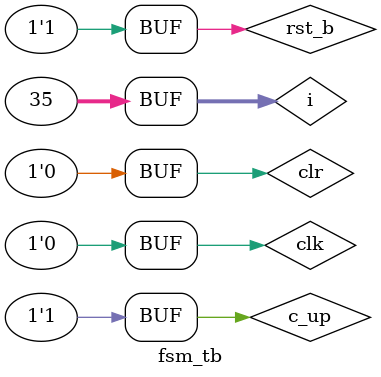
<source format=v>
module fsm(
  input clk, rst_b, clr, c_up,
  output dclk
);

localparam S0 = 3'b000;
localparam S1 = 3'b001;
localparam S2 = 3'b010;
localparam S3 = 3'b011;
localparam S4 = 3'b100;
localparam S5 = 3'b101;


reg [5:0] st;
wire [5:0] st_nxt;

assign st_nxt[S0] = (st[S0] & (~(c_up) |clr)) | (st[S1] & (clr)) | (st[S2] & (clr)) | (st[S3] &(clr)) | (st[S4] &(clr)) |(st[S5]&(c_up|clr));
assign st_nxt[S1] = (st[S0] & (c_up & ~(clr))) | (st[S1] & (~(c_up) & ~(clr)));
assign st_nxt[S2] = (st[S1] & (c_up & ~(clr))) | (st[S2] & (~(c_up) & ~(clr)));
assign st_nxt[S3] = (st[S2] & (c_up & ~(clr))) | (st[S3] & (~(c_up) & ~(clr)));
assign st_nxt[S4] = (st[S3] & (c_up & ~(clr))) | (st[S4] & (~(c_up) & ~(clr)));
assign st_nxt[S5] = (st[S4] & (c_up & ~(clr))) | (st[S5] & (~(c_up) & ~(clr)));

assign dclk = st[S0];

always @(posedge clk or negedge rst_b) begin
  if(rst_b == 0) begin
    st <= 0;
    st[S0] <= 1;
  end
  else
    st <= st_nxt;
end

endmodule

module fsm_tb;
reg clk, rst_b, clr, c_up;
wire dclk;

fsm uut(
  .clk(clk),
  .rst_b(rst_b),
  .clr(clr),
  .c_up(c_up),
  .dclk(dclk)
);

initial begin
  clk = 0;
  rst_b = 0;
  clr = 0;
  c_up = 1;
end

integer i;
initial begin
  for(i = 1; i <= 34; i = i + 1) begin
    #50; clk = ~clk;
  end
end

initial begin
  #25; rst_b = 1;
end

initial begin
  #400; clr = 1;
  #100; clr = 0;
end

initial begin
  #600; c_up = 0;
  #100; c_up = 1;
  #400; c_up = 0;
  #200; c_up = 1;
end

initial begin
    $monitor("Timp: %t | clk: %b | rst_b: %b | clr: %b | c_up: %b | dclk: %b ", $time, clk, rst_b, clr, c_up, dclk);
  end

endmodule
  
  
</source>
